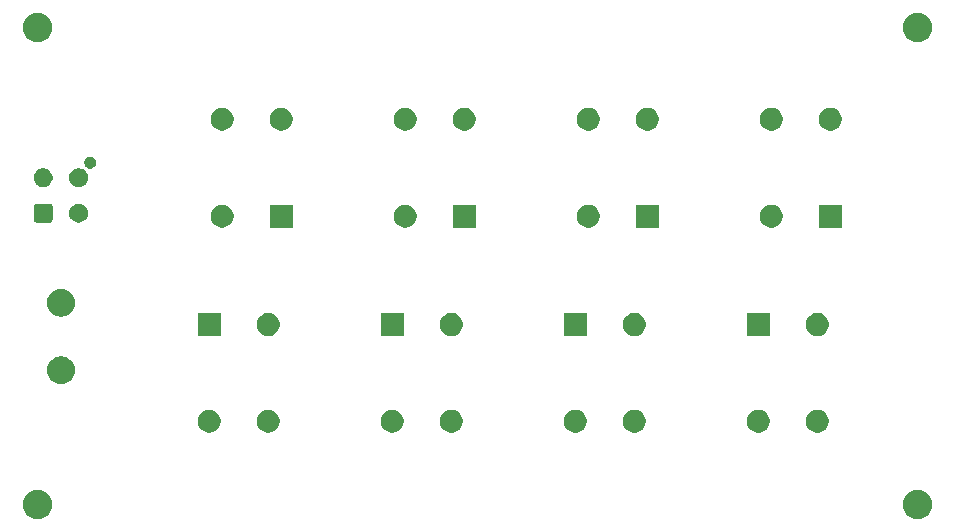
<source format=gbr>
%TF.GenerationSoftware,KiCad,Pcbnew,9.0.3*%
%TF.CreationDate,2025-08-13T11:49:18-07:00*%
%TF.ProjectId,PD Board,50442042-6f61-4726-942e-6b696361645f,rev?*%
%TF.SameCoordinates,Original*%
%TF.FileFunction,Soldermask,Bot*%
%TF.FilePolarity,Negative*%
%FSLAX46Y46*%
G04 Gerber Fmt 4.6, Leading zero omitted, Abs format (unit mm)*
G04 Created by KiCad (PCBNEW 9.0.3) date 2025-08-13 11:49:18*
%MOMM*%
%LPD*%
G01*
G04 APERTURE LIST*
G04 APERTURE END LIST*
G36*
X92991807Y-134984538D02*
G01*
X93178354Y-135045151D01*
X93353123Y-135134200D01*
X93511810Y-135249493D01*
X93650507Y-135388190D01*
X93765800Y-135546877D01*
X93854849Y-135721646D01*
X93915462Y-135908193D01*
X93946147Y-136101926D01*
X93946147Y-136298074D01*
X93915462Y-136491807D01*
X93854849Y-136678354D01*
X93765800Y-136853123D01*
X93650507Y-137011810D01*
X93511810Y-137150507D01*
X93353123Y-137265800D01*
X93178354Y-137354849D01*
X92991807Y-137415462D01*
X92798074Y-137446147D01*
X92601926Y-137446147D01*
X92408193Y-137415462D01*
X92221646Y-137354849D01*
X92046877Y-137265800D01*
X91888190Y-137150507D01*
X91749493Y-137011810D01*
X91634200Y-136853123D01*
X91545151Y-136678354D01*
X91484538Y-136491807D01*
X91453853Y-136298074D01*
X91453853Y-136101926D01*
X91484538Y-135908193D01*
X91545151Y-135721646D01*
X91634200Y-135546877D01*
X91749493Y-135388190D01*
X91888190Y-135249493D01*
X92046877Y-135134200D01*
X92221646Y-135045151D01*
X92408193Y-134984538D01*
X92601926Y-134953853D01*
X92798074Y-134953853D01*
X92991807Y-134984538D01*
G37*
G36*
X167491807Y-134984538D02*
G01*
X167678354Y-135045151D01*
X167853123Y-135134200D01*
X168011810Y-135249493D01*
X168150507Y-135388190D01*
X168265800Y-135546877D01*
X168354849Y-135721646D01*
X168415462Y-135908193D01*
X168446147Y-136101926D01*
X168446147Y-136298074D01*
X168415462Y-136491807D01*
X168354849Y-136678354D01*
X168265800Y-136853123D01*
X168150507Y-137011810D01*
X168011810Y-137150507D01*
X167853123Y-137265800D01*
X167678354Y-137354849D01*
X167491807Y-137415462D01*
X167298074Y-137446147D01*
X167101926Y-137446147D01*
X166908193Y-137415462D01*
X166721646Y-137354849D01*
X166546877Y-137265800D01*
X166388190Y-137150507D01*
X166249493Y-137011810D01*
X166134200Y-136853123D01*
X166045151Y-136678354D01*
X165984538Y-136491807D01*
X165953853Y-136298074D01*
X165953853Y-136101926D01*
X165984538Y-135908193D01*
X166045151Y-135721646D01*
X166134200Y-135546877D01*
X166249493Y-135388190D01*
X166388190Y-135249493D01*
X166546877Y-135134200D01*
X166721646Y-135045151D01*
X166908193Y-134984538D01*
X167101926Y-134953853D01*
X167298074Y-134953853D01*
X167491807Y-134984538D01*
G37*
G36*
X107513028Y-128216983D02*
G01*
X107689612Y-128290127D01*
X107848533Y-128396315D01*
X107983685Y-128531467D01*
X108089873Y-128690388D01*
X108163017Y-128866972D01*
X108200305Y-129054433D01*
X108200305Y-129245567D01*
X108163017Y-129433028D01*
X108089873Y-129609612D01*
X107983685Y-129768533D01*
X107848533Y-129903685D01*
X107689612Y-130009873D01*
X107513028Y-130083017D01*
X107325567Y-130120305D01*
X107134433Y-130120305D01*
X106946972Y-130083017D01*
X106770388Y-130009873D01*
X106611467Y-129903685D01*
X106476315Y-129768533D01*
X106370127Y-129609612D01*
X106296983Y-129433028D01*
X106259695Y-129245567D01*
X106259695Y-129054433D01*
X106296983Y-128866972D01*
X106370127Y-128690388D01*
X106476315Y-128531467D01*
X106611467Y-128396315D01*
X106770388Y-128290127D01*
X106946972Y-128216983D01*
X107134433Y-128179695D01*
X107325567Y-128179695D01*
X107513028Y-128216983D01*
G37*
G36*
X112513028Y-128216983D02*
G01*
X112689612Y-128290127D01*
X112848533Y-128396315D01*
X112983685Y-128531467D01*
X113089873Y-128690388D01*
X113163017Y-128866972D01*
X113200305Y-129054433D01*
X113200305Y-129245567D01*
X113163017Y-129433028D01*
X113089873Y-129609612D01*
X112983685Y-129768533D01*
X112848533Y-129903685D01*
X112689612Y-130009873D01*
X112513028Y-130083017D01*
X112325567Y-130120305D01*
X112134433Y-130120305D01*
X111946972Y-130083017D01*
X111770388Y-130009873D01*
X111611467Y-129903685D01*
X111476315Y-129768533D01*
X111370127Y-129609612D01*
X111296983Y-129433028D01*
X111259695Y-129245567D01*
X111259695Y-129054433D01*
X111296983Y-128866972D01*
X111370127Y-128690388D01*
X111476315Y-128531467D01*
X111611467Y-128396315D01*
X111770388Y-128290127D01*
X111946972Y-128216983D01*
X112134433Y-128179695D01*
X112325567Y-128179695D01*
X112513028Y-128216983D01*
G37*
G36*
X123013028Y-128216983D02*
G01*
X123189612Y-128290127D01*
X123348533Y-128396315D01*
X123483685Y-128531467D01*
X123589873Y-128690388D01*
X123663017Y-128866972D01*
X123700305Y-129054433D01*
X123700305Y-129245567D01*
X123663017Y-129433028D01*
X123589873Y-129609612D01*
X123483685Y-129768533D01*
X123348533Y-129903685D01*
X123189612Y-130009873D01*
X123013028Y-130083017D01*
X122825567Y-130120305D01*
X122634433Y-130120305D01*
X122446972Y-130083017D01*
X122270388Y-130009873D01*
X122111467Y-129903685D01*
X121976315Y-129768533D01*
X121870127Y-129609612D01*
X121796983Y-129433028D01*
X121759695Y-129245567D01*
X121759695Y-129054433D01*
X121796983Y-128866972D01*
X121870127Y-128690388D01*
X121976315Y-128531467D01*
X122111467Y-128396315D01*
X122270388Y-128290127D01*
X122446972Y-128216983D01*
X122634433Y-128179695D01*
X122825567Y-128179695D01*
X123013028Y-128216983D01*
G37*
G36*
X128013028Y-128216983D02*
G01*
X128189612Y-128290127D01*
X128348533Y-128396315D01*
X128483685Y-128531467D01*
X128589873Y-128690388D01*
X128663017Y-128866972D01*
X128700305Y-129054433D01*
X128700305Y-129245567D01*
X128663017Y-129433028D01*
X128589873Y-129609612D01*
X128483685Y-129768533D01*
X128348533Y-129903685D01*
X128189612Y-130009873D01*
X128013028Y-130083017D01*
X127825567Y-130120305D01*
X127634433Y-130120305D01*
X127446972Y-130083017D01*
X127270388Y-130009873D01*
X127111467Y-129903685D01*
X126976315Y-129768533D01*
X126870127Y-129609612D01*
X126796983Y-129433028D01*
X126759695Y-129245567D01*
X126759695Y-129054433D01*
X126796983Y-128866972D01*
X126870127Y-128690388D01*
X126976315Y-128531467D01*
X127111467Y-128396315D01*
X127270388Y-128290127D01*
X127446972Y-128216983D01*
X127634433Y-128179695D01*
X127825567Y-128179695D01*
X128013028Y-128216983D01*
G37*
G36*
X138513028Y-128216983D02*
G01*
X138689612Y-128290127D01*
X138848533Y-128396315D01*
X138983685Y-128531467D01*
X139089873Y-128690388D01*
X139163017Y-128866972D01*
X139200305Y-129054433D01*
X139200305Y-129245567D01*
X139163017Y-129433028D01*
X139089873Y-129609612D01*
X138983685Y-129768533D01*
X138848533Y-129903685D01*
X138689612Y-130009873D01*
X138513028Y-130083017D01*
X138325567Y-130120305D01*
X138134433Y-130120305D01*
X137946972Y-130083017D01*
X137770388Y-130009873D01*
X137611467Y-129903685D01*
X137476315Y-129768533D01*
X137370127Y-129609612D01*
X137296983Y-129433028D01*
X137259695Y-129245567D01*
X137259695Y-129054433D01*
X137296983Y-128866972D01*
X137370127Y-128690388D01*
X137476315Y-128531467D01*
X137611467Y-128396315D01*
X137770388Y-128290127D01*
X137946972Y-128216983D01*
X138134433Y-128179695D01*
X138325567Y-128179695D01*
X138513028Y-128216983D01*
G37*
G36*
X143513028Y-128216983D02*
G01*
X143689612Y-128290127D01*
X143848533Y-128396315D01*
X143983685Y-128531467D01*
X144089873Y-128690388D01*
X144163017Y-128866972D01*
X144200305Y-129054433D01*
X144200305Y-129245567D01*
X144163017Y-129433028D01*
X144089873Y-129609612D01*
X143983685Y-129768533D01*
X143848533Y-129903685D01*
X143689612Y-130009873D01*
X143513028Y-130083017D01*
X143325567Y-130120305D01*
X143134433Y-130120305D01*
X142946972Y-130083017D01*
X142770388Y-130009873D01*
X142611467Y-129903685D01*
X142476315Y-129768533D01*
X142370127Y-129609612D01*
X142296983Y-129433028D01*
X142259695Y-129245567D01*
X142259695Y-129054433D01*
X142296983Y-128866972D01*
X142370127Y-128690388D01*
X142476315Y-128531467D01*
X142611467Y-128396315D01*
X142770388Y-128290127D01*
X142946972Y-128216983D01*
X143134433Y-128179695D01*
X143325567Y-128179695D01*
X143513028Y-128216983D01*
G37*
G36*
X154013028Y-128216983D02*
G01*
X154189612Y-128290127D01*
X154348533Y-128396315D01*
X154483685Y-128531467D01*
X154589873Y-128690388D01*
X154663017Y-128866972D01*
X154700305Y-129054433D01*
X154700305Y-129245567D01*
X154663017Y-129433028D01*
X154589873Y-129609612D01*
X154483685Y-129768533D01*
X154348533Y-129903685D01*
X154189612Y-130009873D01*
X154013028Y-130083017D01*
X153825567Y-130120305D01*
X153634433Y-130120305D01*
X153446972Y-130083017D01*
X153270388Y-130009873D01*
X153111467Y-129903685D01*
X152976315Y-129768533D01*
X152870127Y-129609612D01*
X152796983Y-129433028D01*
X152759695Y-129245567D01*
X152759695Y-129054433D01*
X152796983Y-128866972D01*
X152870127Y-128690388D01*
X152976315Y-128531467D01*
X153111467Y-128396315D01*
X153270388Y-128290127D01*
X153446972Y-128216983D01*
X153634433Y-128179695D01*
X153825567Y-128179695D01*
X154013028Y-128216983D01*
G37*
G36*
X159013028Y-128216983D02*
G01*
X159189612Y-128290127D01*
X159348533Y-128396315D01*
X159483685Y-128531467D01*
X159589873Y-128690388D01*
X159663017Y-128866972D01*
X159700305Y-129054433D01*
X159700305Y-129245567D01*
X159663017Y-129433028D01*
X159589873Y-129609612D01*
X159483685Y-129768533D01*
X159348533Y-129903685D01*
X159189612Y-130009873D01*
X159013028Y-130083017D01*
X158825567Y-130120305D01*
X158634433Y-130120305D01*
X158446972Y-130083017D01*
X158270388Y-130009873D01*
X158111467Y-129903685D01*
X157976315Y-129768533D01*
X157870127Y-129609612D01*
X157796983Y-129433028D01*
X157759695Y-129245567D01*
X157759695Y-129054433D01*
X157796983Y-128866972D01*
X157870127Y-128690388D01*
X157976315Y-128531467D01*
X158111467Y-128396315D01*
X158270388Y-128290127D01*
X158446972Y-128216983D01*
X158634433Y-128179695D01*
X158825567Y-128179695D01*
X159013028Y-128216983D01*
G37*
G36*
X94964624Y-123668136D02*
G01*
X95140889Y-123725408D01*
X95306025Y-123809549D01*
X95455965Y-123918487D01*
X95587017Y-124049539D01*
X95695955Y-124199479D01*
X95780096Y-124364615D01*
X95837368Y-124540880D01*
X95866361Y-124723934D01*
X95866361Y-124909270D01*
X95837368Y-125092324D01*
X95780096Y-125268589D01*
X95695955Y-125433725D01*
X95587017Y-125583665D01*
X95455965Y-125714717D01*
X95306025Y-125823655D01*
X95140889Y-125907796D01*
X94964624Y-125965068D01*
X94781570Y-125994061D01*
X94596234Y-125994061D01*
X94413180Y-125965068D01*
X94236915Y-125907796D01*
X94071779Y-125823655D01*
X93921839Y-125714717D01*
X93790787Y-125583665D01*
X93681849Y-125433725D01*
X93597708Y-125268589D01*
X93540436Y-125092324D01*
X93511443Y-124909270D01*
X93511443Y-124723934D01*
X93540436Y-124540880D01*
X93597708Y-124364615D01*
X93681849Y-124199479D01*
X93790787Y-124049539D01*
X93921839Y-123918487D01*
X94071779Y-123809549D01*
X94236915Y-123725408D01*
X94413180Y-123668136D01*
X94596234Y-123639143D01*
X94781570Y-123639143D01*
X94964624Y-123668136D01*
G37*
G36*
X108205000Y-121925000D02*
G01*
X106255000Y-121925000D01*
X106255000Y-119975000D01*
X108205000Y-119975000D01*
X108205000Y-121925000D01*
G37*
G36*
X123705000Y-121925000D02*
G01*
X121755000Y-121925000D01*
X121755000Y-119975000D01*
X123705000Y-119975000D01*
X123705000Y-121925000D01*
G37*
G36*
X139205000Y-121925000D02*
G01*
X137255000Y-121925000D01*
X137255000Y-119975000D01*
X139205000Y-119975000D01*
X139205000Y-121925000D01*
G37*
G36*
X154705000Y-121925000D02*
G01*
X152755000Y-121925000D01*
X152755000Y-119975000D01*
X154705000Y-119975000D01*
X154705000Y-121925000D01*
G37*
G36*
X112513028Y-120016983D02*
G01*
X112689612Y-120090127D01*
X112848533Y-120196315D01*
X112983685Y-120331467D01*
X113089873Y-120490388D01*
X113163017Y-120666972D01*
X113200305Y-120854433D01*
X113200305Y-121045567D01*
X113163017Y-121233028D01*
X113089873Y-121409612D01*
X112983685Y-121568533D01*
X112848533Y-121703685D01*
X112689612Y-121809873D01*
X112513028Y-121883017D01*
X112325567Y-121920305D01*
X112134433Y-121920305D01*
X111946972Y-121883017D01*
X111770388Y-121809873D01*
X111611467Y-121703685D01*
X111476315Y-121568533D01*
X111370127Y-121409612D01*
X111296983Y-121233028D01*
X111259695Y-121045567D01*
X111259695Y-120854433D01*
X111296983Y-120666972D01*
X111370127Y-120490388D01*
X111476315Y-120331467D01*
X111611467Y-120196315D01*
X111770388Y-120090127D01*
X111946972Y-120016983D01*
X112134433Y-119979695D01*
X112325567Y-119979695D01*
X112513028Y-120016983D01*
G37*
G36*
X128013028Y-120016983D02*
G01*
X128189612Y-120090127D01*
X128348533Y-120196315D01*
X128483685Y-120331467D01*
X128589873Y-120490388D01*
X128663017Y-120666972D01*
X128700305Y-120854433D01*
X128700305Y-121045567D01*
X128663017Y-121233028D01*
X128589873Y-121409612D01*
X128483685Y-121568533D01*
X128348533Y-121703685D01*
X128189612Y-121809873D01*
X128013028Y-121883017D01*
X127825567Y-121920305D01*
X127634433Y-121920305D01*
X127446972Y-121883017D01*
X127270388Y-121809873D01*
X127111467Y-121703685D01*
X126976315Y-121568533D01*
X126870127Y-121409612D01*
X126796983Y-121233028D01*
X126759695Y-121045567D01*
X126759695Y-120854433D01*
X126796983Y-120666972D01*
X126870127Y-120490388D01*
X126976315Y-120331467D01*
X127111467Y-120196315D01*
X127270388Y-120090127D01*
X127446972Y-120016983D01*
X127634433Y-119979695D01*
X127825567Y-119979695D01*
X128013028Y-120016983D01*
G37*
G36*
X143513028Y-120016983D02*
G01*
X143689612Y-120090127D01*
X143848533Y-120196315D01*
X143983685Y-120331467D01*
X144089873Y-120490388D01*
X144163017Y-120666972D01*
X144200305Y-120854433D01*
X144200305Y-121045567D01*
X144163017Y-121233028D01*
X144089873Y-121409612D01*
X143983685Y-121568533D01*
X143848533Y-121703685D01*
X143689612Y-121809873D01*
X143513028Y-121883017D01*
X143325567Y-121920305D01*
X143134433Y-121920305D01*
X142946972Y-121883017D01*
X142770388Y-121809873D01*
X142611467Y-121703685D01*
X142476315Y-121568533D01*
X142370127Y-121409612D01*
X142296983Y-121233028D01*
X142259695Y-121045567D01*
X142259695Y-120854433D01*
X142296983Y-120666972D01*
X142370127Y-120490388D01*
X142476315Y-120331467D01*
X142611467Y-120196315D01*
X142770388Y-120090127D01*
X142946972Y-120016983D01*
X143134433Y-119979695D01*
X143325567Y-119979695D01*
X143513028Y-120016983D01*
G37*
G36*
X159013028Y-120016983D02*
G01*
X159189612Y-120090127D01*
X159348533Y-120196315D01*
X159483685Y-120331467D01*
X159589873Y-120490388D01*
X159663017Y-120666972D01*
X159700305Y-120854433D01*
X159700305Y-121045567D01*
X159663017Y-121233028D01*
X159589873Y-121409612D01*
X159483685Y-121568533D01*
X159348533Y-121703685D01*
X159189612Y-121809873D01*
X159013028Y-121883017D01*
X158825567Y-121920305D01*
X158634433Y-121920305D01*
X158446972Y-121883017D01*
X158270388Y-121809873D01*
X158111467Y-121703685D01*
X157976315Y-121568533D01*
X157870127Y-121409612D01*
X157796983Y-121233028D01*
X157759695Y-121045567D01*
X157759695Y-120854433D01*
X157796983Y-120666972D01*
X157870127Y-120490388D01*
X157976315Y-120331467D01*
X158111467Y-120196315D01*
X158270388Y-120090127D01*
X158446972Y-120016983D01*
X158634433Y-119979695D01*
X158825567Y-119979695D01*
X159013028Y-120016983D01*
G37*
G36*
X94964624Y-117968132D02*
G01*
X95140889Y-118025404D01*
X95306025Y-118109545D01*
X95455965Y-118218483D01*
X95587017Y-118349535D01*
X95695955Y-118499475D01*
X95780096Y-118664611D01*
X95837368Y-118840876D01*
X95866361Y-119023930D01*
X95866361Y-119209266D01*
X95837368Y-119392320D01*
X95780096Y-119568585D01*
X95695955Y-119733721D01*
X95587017Y-119883661D01*
X95455965Y-120014713D01*
X95306025Y-120123651D01*
X95140889Y-120207792D01*
X94964624Y-120265064D01*
X94781570Y-120294057D01*
X94596234Y-120294057D01*
X94413180Y-120265064D01*
X94236915Y-120207792D01*
X94071779Y-120123651D01*
X93921839Y-120014713D01*
X93790787Y-119883661D01*
X93681849Y-119733721D01*
X93597708Y-119568585D01*
X93540436Y-119392320D01*
X93511443Y-119209266D01*
X93511443Y-119023930D01*
X93540436Y-118840876D01*
X93597708Y-118664611D01*
X93681849Y-118499475D01*
X93790787Y-118349535D01*
X93921839Y-118218483D01*
X94071779Y-118109545D01*
X94236915Y-118025404D01*
X94413180Y-117968132D01*
X94596234Y-117939139D01*
X94781570Y-117939139D01*
X94964624Y-117968132D01*
G37*
G36*
X114305000Y-112755000D02*
G01*
X112355000Y-112755000D01*
X112355000Y-110805000D01*
X114305000Y-110805000D01*
X114305000Y-112755000D01*
G37*
G36*
X129805000Y-112755000D02*
G01*
X127855000Y-112755000D01*
X127855000Y-110805000D01*
X129805000Y-110805000D01*
X129805000Y-112755000D01*
G37*
G36*
X145305000Y-112755000D02*
G01*
X143355000Y-112755000D01*
X143355000Y-110805000D01*
X145305000Y-110805000D01*
X145305000Y-112755000D01*
G37*
G36*
X160805000Y-112755000D02*
G01*
X158855000Y-112755000D01*
X158855000Y-110805000D01*
X160805000Y-110805000D01*
X160805000Y-112755000D01*
G37*
G36*
X108613028Y-110846983D02*
G01*
X108789612Y-110920127D01*
X108948533Y-111026315D01*
X109083685Y-111161467D01*
X109189873Y-111320388D01*
X109263017Y-111496972D01*
X109300305Y-111684433D01*
X109300305Y-111875567D01*
X109263017Y-112063028D01*
X109189873Y-112239612D01*
X109083685Y-112398533D01*
X108948533Y-112533685D01*
X108789612Y-112639873D01*
X108613028Y-112713017D01*
X108425567Y-112750305D01*
X108234433Y-112750305D01*
X108046972Y-112713017D01*
X107870388Y-112639873D01*
X107711467Y-112533685D01*
X107576315Y-112398533D01*
X107470127Y-112239612D01*
X107396983Y-112063028D01*
X107359695Y-111875567D01*
X107359695Y-111684433D01*
X107396983Y-111496972D01*
X107470127Y-111320388D01*
X107576315Y-111161467D01*
X107711467Y-111026315D01*
X107870388Y-110920127D01*
X108046972Y-110846983D01*
X108234433Y-110809695D01*
X108425567Y-110809695D01*
X108613028Y-110846983D01*
G37*
G36*
X124113028Y-110846983D02*
G01*
X124289612Y-110920127D01*
X124448533Y-111026315D01*
X124583685Y-111161467D01*
X124689873Y-111320388D01*
X124763017Y-111496972D01*
X124800305Y-111684433D01*
X124800305Y-111875567D01*
X124763017Y-112063028D01*
X124689873Y-112239612D01*
X124583685Y-112398533D01*
X124448533Y-112533685D01*
X124289612Y-112639873D01*
X124113028Y-112713017D01*
X123925567Y-112750305D01*
X123734433Y-112750305D01*
X123546972Y-112713017D01*
X123370388Y-112639873D01*
X123211467Y-112533685D01*
X123076315Y-112398533D01*
X122970127Y-112239612D01*
X122896983Y-112063028D01*
X122859695Y-111875567D01*
X122859695Y-111684433D01*
X122896983Y-111496972D01*
X122970127Y-111320388D01*
X123076315Y-111161467D01*
X123211467Y-111026315D01*
X123370388Y-110920127D01*
X123546972Y-110846983D01*
X123734433Y-110809695D01*
X123925567Y-110809695D01*
X124113028Y-110846983D01*
G37*
G36*
X139613028Y-110846983D02*
G01*
X139789612Y-110920127D01*
X139948533Y-111026315D01*
X140083685Y-111161467D01*
X140189873Y-111320388D01*
X140263017Y-111496972D01*
X140300305Y-111684433D01*
X140300305Y-111875567D01*
X140263017Y-112063028D01*
X140189873Y-112239612D01*
X140083685Y-112398533D01*
X139948533Y-112533685D01*
X139789612Y-112639873D01*
X139613028Y-112713017D01*
X139425567Y-112750305D01*
X139234433Y-112750305D01*
X139046972Y-112713017D01*
X138870388Y-112639873D01*
X138711467Y-112533685D01*
X138576315Y-112398533D01*
X138470127Y-112239612D01*
X138396983Y-112063028D01*
X138359695Y-111875567D01*
X138359695Y-111684433D01*
X138396983Y-111496972D01*
X138470127Y-111320388D01*
X138576315Y-111161467D01*
X138711467Y-111026315D01*
X138870388Y-110920127D01*
X139046972Y-110846983D01*
X139234433Y-110809695D01*
X139425567Y-110809695D01*
X139613028Y-110846983D01*
G37*
G36*
X155113028Y-110846983D02*
G01*
X155289612Y-110920127D01*
X155448533Y-111026315D01*
X155583685Y-111161467D01*
X155689873Y-111320388D01*
X155763017Y-111496972D01*
X155800305Y-111684433D01*
X155800305Y-111875567D01*
X155763017Y-112063028D01*
X155689873Y-112239612D01*
X155583685Y-112398533D01*
X155448533Y-112533685D01*
X155289612Y-112639873D01*
X155113028Y-112713017D01*
X154925567Y-112750305D01*
X154734433Y-112750305D01*
X154546972Y-112713017D01*
X154370388Y-112639873D01*
X154211467Y-112533685D01*
X154076315Y-112398533D01*
X153970127Y-112239612D01*
X153896983Y-112063028D01*
X153859695Y-111875567D01*
X153859695Y-111684433D01*
X153896983Y-111496972D01*
X153970127Y-111320388D01*
X154076315Y-111161467D01*
X154211467Y-111026315D01*
X154370388Y-110920127D01*
X154546972Y-110846983D01*
X154734433Y-110809695D01*
X154925567Y-110809695D01*
X155113028Y-110846983D01*
G37*
G36*
X93737350Y-110718464D02*
G01*
X93787540Y-110724287D01*
X93804689Y-110731859D01*
X93828171Y-110736530D01*
X93853310Y-110753327D01*
X93873196Y-110762108D01*
X93886777Y-110775689D01*
X93909277Y-110790723D01*
X93924310Y-110813222D01*
X93937891Y-110826803D01*
X93946670Y-110846686D01*
X93963470Y-110871829D01*
X93968141Y-110895312D01*
X93975712Y-110912459D01*
X93981533Y-110962639D01*
X93982500Y-110967500D01*
X93982500Y-112072500D01*
X93981532Y-112077363D01*
X93975712Y-112127540D01*
X93968141Y-112144685D01*
X93963470Y-112168171D01*
X93946669Y-112193315D01*
X93937891Y-112213196D01*
X93924312Y-112226774D01*
X93909277Y-112249277D01*
X93886774Y-112264312D01*
X93873196Y-112277891D01*
X93853315Y-112286669D01*
X93828171Y-112303470D01*
X93804685Y-112308141D01*
X93787540Y-112315712D01*
X93737361Y-112321532D01*
X93732500Y-112322500D01*
X92627500Y-112322500D01*
X92622638Y-112321532D01*
X92572459Y-112315712D01*
X92555312Y-112308141D01*
X92531829Y-112303470D01*
X92506686Y-112286670D01*
X92486803Y-112277891D01*
X92473222Y-112264310D01*
X92450723Y-112249277D01*
X92435689Y-112226777D01*
X92422108Y-112213196D01*
X92413327Y-112193310D01*
X92396530Y-112168171D01*
X92391859Y-112144689D01*
X92384287Y-112127540D01*
X92378464Y-112077349D01*
X92377500Y-112072500D01*
X92377500Y-110967500D01*
X92378464Y-110962650D01*
X92384287Y-110912459D01*
X92391859Y-110895308D01*
X92396530Y-110871829D01*
X92413326Y-110846691D01*
X92422108Y-110826803D01*
X92435691Y-110813219D01*
X92450723Y-110790723D01*
X92473219Y-110775691D01*
X92486803Y-110762108D01*
X92506691Y-110753326D01*
X92531829Y-110736530D01*
X92555308Y-110731859D01*
X92572459Y-110724287D01*
X92622651Y-110718464D01*
X92627500Y-110717500D01*
X93732500Y-110717500D01*
X93737350Y-110718464D01*
G37*
G36*
X96412953Y-110752055D02*
G01*
X96558296Y-110812258D01*
X96689101Y-110899659D01*
X96800341Y-111010899D01*
X96887742Y-111141704D01*
X96947945Y-111287047D01*
X96978636Y-111441341D01*
X96978636Y-111598659D01*
X96947945Y-111752953D01*
X96887742Y-111898296D01*
X96800341Y-112029101D01*
X96689101Y-112140341D01*
X96558296Y-112227742D01*
X96412953Y-112287945D01*
X96258659Y-112318636D01*
X96101341Y-112318636D01*
X95947047Y-112287945D01*
X95801704Y-112227742D01*
X95670899Y-112140341D01*
X95559659Y-112029101D01*
X95472258Y-111898296D01*
X95412055Y-111752953D01*
X95381364Y-111598659D01*
X95381364Y-111441341D01*
X95412055Y-111287047D01*
X95472258Y-111141704D01*
X95559659Y-111010899D01*
X95670899Y-110899659D01*
X95801704Y-110812258D01*
X95947047Y-110752055D01*
X96101341Y-110721364D01*
X96258659Y-110721364D01*
X96412953Y-110752055D01*
G37*
G36*
X93412953Y-107752055D02*
G01*
X93558296Y-107812258D01*
X93689101Y-107899659D01*
X93800341Y-108010899D01*
X93887742Y-108141704D01*
X93947945Y-108287047D01*
X93978636Y-108441341D01*
X93978636Y-108598659D01*
X93947945Y-108752953D01*
X93887742Y-108898296D01*
X93800341Y-109029101D01*
X93689101Y-109140341D01*
X93558296Y-109227742D01*
X93412953Y-109287945D01*
X93258659Y-109318636D01*
X93101341Y-109318636D01*
X92947047Y-109287945D01*
X92801704Y-109227742D01*
X92670899Y-109140341D01*
X92559659Y-109029101D01*
X92472258Y-108898296D01*
X92412055Y-108752953D01*
X92381364Y-108598659D01*
X92381364Y-108441341D01*
X92412055Y-108287047D01*
X92472258Y-108141704D01*
X92559659Y-108010899D01*
X92670899Y-107899659D01*
X92801704Y-107812258D01*
X92947047Y-107752055D01*
X93101341Y-107721364D01*
X93258659Y-107721364D01*
X93412953Y-107752055D01*
G37*
G36*
X96412953Y-107752055D02*
G01*
X96558296Y-107812258D01*
X96689101Y-107899659D01*
X96800341Y-108010899D01*
X96887742Y-108141704D01*
X96947945Y-108287047D01*
X96978636Y-108441341D01*
X96978636Y-108598659D01*
X96947945Y-108752953D01*
X96887742Y-108898296D01*
X96800341Y-109029101D01*
X96689101Y-109140341D01*
X96558296Y-109227742D01*
X96412953Y-109287945D01*
X96258659Y-109318636D01*
X96101341Y-109318636D01*
X95947047Y-109287945D01*
X95801704Y-109227742D01*
X95670899Y-109140341D01*
X95559659Y-109029101D01*
X95472258Y-108898296D01*
X95412055Y-108752953D01*
X95381364Y-108598659D01*
X95381364Y-108441341D01*
X95412055Y-108287047D01*
X95472258Y-108141704D01*
X95559659Y-108010899D01*
X95670899Y-107899659D01*
X95801704Y-107812258D01*
X95947047Y-107752055D01*
X96101341Y-107721364D01*
X96258659Y-107721364D01*
X96412953Y-107752055D01*
G37*
G36*
X97355169Y-106768821D02*
G01*
X97470468Y-106835390D01*
X97564610Y-106929532D01*
X97631179Y-107044831D01*
X97665637Y-107173432D01*
X97665637Y-107306568D01*
X97631179Y-107435169D01*
X97564610Y-107550468D01*
X97470468Y-107644610D01*
X97355169Y-107711179D01*
X97226568Y-107745637D01*
X97093432Y-107745637D01*
X96964831Y-107711179D01*
X96849532Y-107644610D01*
X96755390Y-107550468D01*
X96688821Y-107435169D01*
X96654363Y-107306568D01*
X96654363Y-107173432D01*
X96688821Y-107044831D01*
X96755390Y-106929532D01*
X96849532Y-106835390D01*
X96964831Y-106768821D01*
X97093432Y-106734363D01*
X97226568Y-106734363D01*
X97355169Y-106768821D01*
G37*
G36*
X108613028Y-102646983D02*
G01*
X108789612Y-102720127D01*
X108948533Y-102826315D01*
X109083685Y-102961467D01*
X109189873Y-103120388D01*
X109263017Y-103296972D01*
X109300305Y-103484433D01*
X109300305Y-103675567D01*
X109263017Y-103863028D01*
X109189873Y-104039612D01*
X109083685Y-104198533D01*
X108948533Y-104333685D01*
X108789612Y-104439873D01*
X108613028Y-104513017D01*
X108425567Y-104550305D01*
X108234433Y-104550305D01*
X108046972Y-104513017D01*
X107870388Y-104439873D01*
X107711467Y-104333685D01*
X107576315Y-104198533D01*
X107470127Y-104039612D01*
X107396983Y-103863028D01*
X107359695Y-103675567D01*
X107359695Y-103484433D01*
X107396983Y-103296972D01*
X107470127Y-103120388D01*
X107576315Y-102961467D01*
X107711467Y-102826315D01*
X107870388Y-102720127D01*
X108046972Y-102646983D01*
X108234433Y-102609695D01*
X108425567Y-102609695D01*
X108613028Y-102646983D01*
G37*
G36*
X113613028Y-102646983D02*
G01*
X113789612Y-102720127D01*
X113948533Y-102826315D01*
X114083685Y-102961467D01*
X114189873Y-103120388D01*
X114263017Y-103296972D01*
X114300305Y-103484433D01*
X114300305Y-103675567D01*
X114263017Y-103863028D01*
X114189873Y-104039612D01*
X114083685Y-104198533D01*
X113948533Y-104333685D01*
X113789612Y-104439873D01*
X113613028Y-104513017D01*
X113425567Y-104550305D01*
X113234433Y-104550305D01*
X113046972Y-104513017D01*
X112870388Y-104439873D01*
X112711467Y-104333685D01*
X112576315Y-104198533D01*
X112470127Y-104039612D01*
X112396983Y-103863028D01*
X112359695Y-103675567D01*
X112359695Y-103484433D01*
X112396983Y-103296972D01*
X112470127Y-103120388D01*
X112576315Y-102961467D01*
X112711467Y-102826315D01*
X112870388Y-102720127D01*
X113046972Y-102646983D01*
X113234433Y-102609695D01*
X113425567Y-102609695D01*
X113613028Y-102646983D01*
G37*
G36*
X124113028Y-102646983D02*
G01*
X124289612Y-102720127D01*
X124448533Y-102826315D01*
X124583685Y-102961467D01*
X124689873Y-103120388D01*
X124763017Y-103296972D01*
X124800305Y-103484433D01*
X124800305Y-103675567D01*
X124763017Y-103863028D01*
X124689873Y-104039612D01*
X124583685Y-104198533D01*
X124448533Y-104333685D01*
X124289612Y-104439873D01*
X124113028Y-104513017D01*
X123925567Y-104550305D01*
X123734433Y-104550305D01*
X123546972Y-104513017D01*
X123370388Y-104439873D01*
X123211467Y-104333685D01*
X123076315Y-104198533D01*
X122970127Y-104039612D01*
X122896983Y-103863028D01*
X122859695Y-103675567D01*
X122859695Y-103484433D01*
X122896983Y-103296972D01*
X122970127Y-103120388D01*
X123076315Y-102961467D01*
X123211467Y-102826315D01*
X123370388Y-102720127D01*
X123546972Y-102646983D01*
X123734433Y-102609695D01*
X123925567Y-102609695D01*
X124113028Y-102646983D01*
G37*
G36*
X129113028Y-102646983D02*
G01*
X129289612Y-102720127D01*
X129448533Y-102826315D01*
X129583685Y-102961467D01*
X129689873Y-103120388D01*
X129763017Y-103296972D01*
X129800305Y-103484433D01*
X129800305Y-103675567D01*
X129763017Y-103863028D01*
X129689873Y-104039612D01*
X129583685Y-104198533D01*
X129448533Y-104333685D01*
X129289612Y-104439873D01*
X129113028Y-104513017D01*
X128925567Y-104550305D01*
X128734433Y-104550305D01*
X128546972Y-104513017D01*
X128370388Y-104439873D01*
X128211467Y-104333685D01*
X128076315Y-104198533D01*
X127970127Y-104039612D01*
X127896983Y-103863028D01*
X127859695Y-103675567D01*
X127859695Y-103484433D01*
X127896983Y-103296972D01*
X127970127Y-103120388D01*
X128076315Y-102961467D01*
X128211467Y-102826315D01*
X128370388Y-102720127D01*
X128546972Y-102646983D01*
X128734433Y-102609695D01*
X128925567Y-102609695D01*
X129113028Y-102646983D01*
G37*
G36*
X139613028Y-102646983D02*
G01*
X139789612Y-102720127D01*
X139948533Y-102826315D01*
X140083685Y-102961467D01*
X140189873Y-103120388D01*
X140263017Y-103296972D01*
X140300305Y-103484433D01*
X140300305Y-103675567D01*
X140263017Y-103863028D01*
X140189873Y-104039612D01*
X140083685Y-104198533D01*
X139948533Y-104333685D01*
X139789612Y-104439873D01*
X139613028Y-104513017D01*
X139425567Y-104550305D01*
X139234433Y-104550305D01*
X139046972Y-104513017D01*
X138870388Y-104439873D01*
X138711467Y-104333685D01*
X138576315Y-104198533D01*
X138470127Y-104039612D01*
X138396983Y-103863028D01*
X138359695Y-103675567D01*
X138359695Y-103484433D01*
X138396983Y-103296972D01*
X138470127Y-103120388D01*
X138576315Y-102961467D01*
X138711467Y-102826315D01*
X138870388Y-102720127D01*
X139046972Y-102646983D01*
X139234433Y-102609695D01*
X139425567Y-102609695D01*
X139613028Y-102646983D01*
G37*
G36*
X144613028Y-102646983D02*
G01*
X144789612Y-102720127D01*
X144948533Y-102826315D01*
X145083685Y-102961467D01*
X145189873Y-103120388D01*
X145263017Y-103296972D01*
X145300305Y-103484433D01*
X145300305Y-103675567D01*
X145263017Y-103863028D01*
X145189873Y-104039612D01*
X145083685Y-104198533D01*
X144948533Y-104333685D01*
X144789612Y-104439873D01*
X144613028Y-104513017D01*
X144425567Y-104550305D01*
X144234433Y-104550305D01*
X144046972Y-104513017D01*
X143870388Y-104439873D01*
X143711467Y-104333685D01*
X143576315Y-104198533D01*
X143470127Y-104039612D01*
X143396983Y-103863028D01*
X143359695Y-103675567D01*
X143359695Y-103484433D01*
X143396983Y-103296972D01*
X143470127Y-103120388D01*
X143576315Y-102961467D01*
X143711467Y-102826315D01*
X143870388Y-102720127D01*
X144046972Y-102646983D01*
X144234433Y-102609695D01*
X144425567Y-102609695D01*
X144613028Y-102646983D01*
G37*
G36*
X155113028Y-102646983D02*
G01*
X155289612Y-102720127D01*
X155448533Y-102826315D01*
X155583685Y-102961467D01*
X155689873Y-103120388D01*
X155763017Y-103296972D01*
X155800305Y-103484433D01*
X155800305Y-103675567D01*
X155763017Y-103863028D01*
X155689873Y-104039612D01*
X155583685Y-104198533D01*
X155448533Y-104333685D01*
X155289612Y-104439873D01*
X155113028Y-104513017D01*
X154925567Y-104550305D01*
X154734433Y-104550305D01*
X154546972Y-104513017D01*
X154370388Y-104439873D01*
X154211467Y-104333685D01*
X154076315Y-104198533D01*
X153970127Y-104039612D01*
X153896983Y-103863028D01*
X153859695Y-103675567D01*
X153859695Y-103484433D01*
X153896983Y-103296972D01*
X153970127Y-103120388D01*
X154076315Y-102961467D01*
X154211467Y-102826315D01*
X154370388Y-102720127D01*
X154546972Y-102646983D01*
X154734433Y-102609695D01*
X154925567Y-102609695D01*
X155113028Y-102646983D01*
G37*
G36*
X160113028Y-102646983D02*
G01*
X160289612Y-102720127D01*
X160448533Y-102826315D01*
X160583685Y-102961467D01*
X160689873Y-103120388D01*
X160763017Y-103296972D01*
X160800305Y-103484433D01*
X160800305Y-103675567D01*
X160763017Y-103863028D01*
X160689873Y-104039612D01*
X160583685Y-104198533D01*
X160448533Y-104333685D01*
X160289612Y-104439873D01*
X160113028Y-104513017D01*
X159925567Y-104550305D01*
X159734433Y-104550305D01*
X159546972Y-104513017D01*
X159370388Y-104439873D01*
X159211467Y-104333685D01*
X159076315Y-104198533D01*
X158970127Y-104039612D01*
X158896983Y-103863028D01*
X158859695Y-103675567D01*
X158859695Y-103484433D01*
X158896983Y-103296972D01*
X158970127Y-103120388D01*
X159076315Y-102961467D01*
X159211467Y-102826315D01*
X159370388Y-102720127D01*
X159546972Y-102646983D01*
X159734433Y-102609695D01*
X159925567Y-102609695D01*
X160113028Y-102646983D01*
G37*
G36*
X92991807Y-94584538D02*
G01*
X93178354Y-94645151D01*
X93353123Y-94734200D01*
X93511810Y-94849493D01*
X93650507Y-94988190D01*
X93765800Y-95146877D01*
X93854849Y-95321646D01*
X93915462Y-95508193D01*
X93946147Y-95701926D01*
X93946147Y-95898074D01*
X93915462Y-96091807D01*
X93854849Y-96278354D01*
X93765800Y-96453123D01*
X93650507Y-96611810D01*
X93511810Y-96750507D01*
X93353123Y-96865800D01*
X93178354Y-96954849D01*
X92991807Y-97015462D01*
X92798074Y-97046147D01*
X92601926Y-97046147D01*
X92408193Y-97015462D01*
X92221646Y-96954849D01*
X92046877Y-96865800D01*
X91888190Y-96750507D01*
X91749493Y-96611810D01*
X91634200Y-96453123D01*
X91545151Y-96278354D01*
X91484538Y-96091807D01*
X91453853Y-95898074D01*
X91453853Y-95701926D01*
X91484538Y-95508193D01*
X91545151Y-95321646D01*
X91634200Y-95146877D01*
X91749493Y-94988190D01*
X91888190Y-94849493D01*
X92046877Y-94734200D01*
X92221646Y-94645151D01*
X92408193Y-94584538D01*
X92601926Y-94553853D01*
X92798074Y-94553853D01*
X92991807Y-94584538D01*
G37*
G36*
X167491807Y-94584538D02*
G01*
X167678354Y-94645151D01*
X167853123Y-94734200D01*
X168011810Y-94849493D01*
X168150507Y-94988190D01*
X168265800Y-95146877D01*
X168354849Y-95321646D01*
X168415462Y-95508193D01*
X168446147Y-95701926D01*
X168446147Y-95898074D01*
X168415462Y-96091807D01*
X168354849Y-96278354D01*
X168265800Y-96453123D01*
X168150507Y-96611810D01*
X168011810Y-96750507D01*
X167853123Y-96865800D01*
X167678354Y-96954849D01*
X167491807Y-97015462D01*
X167298074Y-97046147D01*
X167101926Y-97046147D01*
X166908193Y-97015462D01*
X166721646Y-96954849D01*
X166546877Y-96865800D01*
X166388190Y-96750507D01*
X166249493Y-96611810D01*
X166134200Y-96453123D01*
X166045151Y-96278354D01*
X165984538Y-96091807D01*
X165953853Y-95898074D01*
X165953853Y-95701926D01*
X165984538Y-95508193D01*
X166045151Y-95321646D01*
X166134200Y-95146877D01*
X166249493Y-94988190D01*
X166388190Y-94849493D01*
X166546877Y-94734200D01*
X166721646Y-94645151D01*
X166908193Y-94584538D01*
X167101926Y-94553853D01*
X167298074Y-94553853D01*
X167491807Y-94584538D01*
G37*
M02*

</source>
